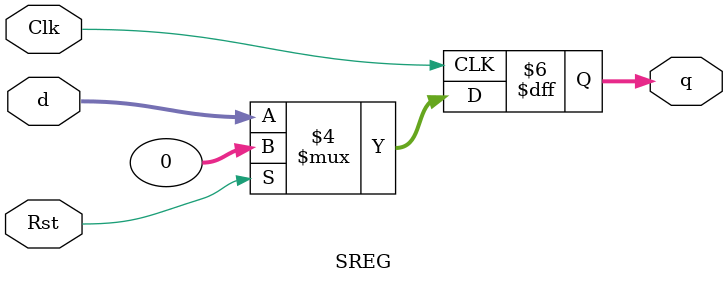
<source format=v>
`timescale 1ns/1ns

module SREG(q, d, Clk, Rst);

    parameter   DATAWIDTH = 32;

    input Clk;
    input Rst;

    input signed [DATAWIDTH-1:0] d;
    output reg signed [DATAWIDTH-1:0] q;

    always @(posedge Clk) begin
        if (Rst == 1'b1)
            q <= 0;
        else
            q <= d;
    end

endmodule

</source>
